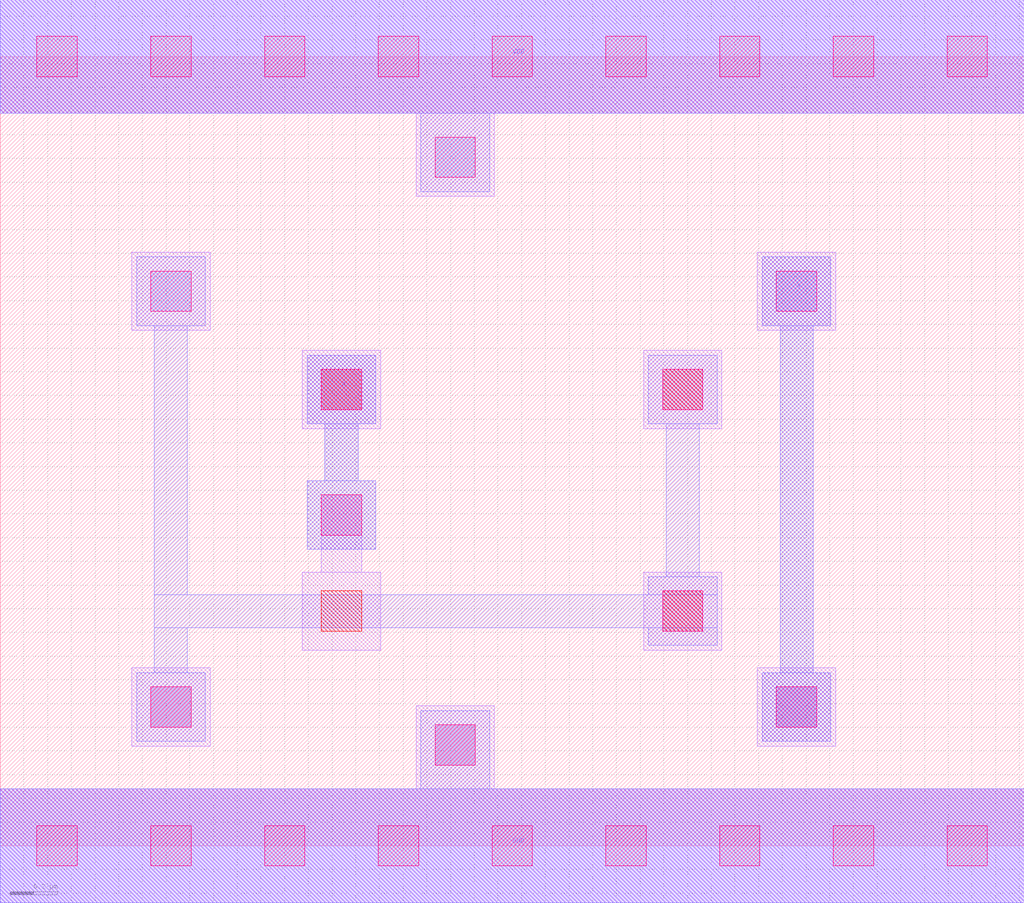
<source format=lef>
MACRO BUFX2
 CLASS CORE ;
 FOREIGN BUFX2 0 0 ;
 SIZE 4.32 BY 3.33 ;
 ORIGIN 0 0 ;
 SYMMETRY X Y R90 ;
 SITE unit ;
  PIN VDD
   DIRECTION INOUT ;
   USE POWER ;
   SHAPE ABUTMENT ;
    PORT
     CLASS CORE ;
       LAYER li1 ;
        RECT 0.00000000 3.09000000 4.32000000 3.57000000 ;
       LAYER met1 ;
        RECT 0.00000000 3.09000000 4.32000000 3.57000000 ;
    END
  END VDD

  PIN GND
   DIRECTION INOUT ;
   USE POWER ;
   SHAPE ABUTMENT ;
    PORT
     CLASS CORE ;
       LAYER li1 ;
        RECT 0.00000000 -0.24000000 4.32000000 0.24000000 ;
       LAYER met1 ;
        RECT 0.00000000 -0.24000000 4.32000000 0.24000000 ;
    END
  END GND

  PIN Y
   DIRECTION INOUT ;
   USE SIGNAL ;
   SHAPE ABUTMENT ;
    PORT
     CLASS CORE ;
       LAYER met1 ;
        RECT 3.21500000 0.44000000 3.50500000 0.73000000 ;
        RECT 3.29000000 0.73000000 3.43000000 2.19500000 ;
        RECT 3.21500000 2.19500000 3.50500000 2.48500000 ;
    END
  END Y

  PIN A
   DIRECTION INOUT ;
   USE SIGNAL ;
   SHAPE ABUTMENT ;
    PORT
     CLASS CORE ;
       LAYER met1 ;
        RECT 1.29500000 1.25000000 1.58500000 1.54000000 ;
        RECT 1.37000000 1.54000000 1.51000000 1.78000000 ;
        RECT 1.29500000 1.78000000 1.58500000 2.07000000 ;
    END
  END A

 OBS
    LAYER polycont ;
     RECT 1.35500000 0.90500000 1.52500000 1.07500000 ;
     RECT 2.79500000 0.90500000 2.96500000 1.07500000 ;
     RECT 1.35500000 1.84000000 1.52500000 2.01000000 ;
     RECT 2.79500000 1.84000000 2.96500000 2.01000000 ;

    LAYER pdiffc ;
     RECT 0.63500000 2.25500000 0.80500000 2.42500000 ;
     RECT 3.27500000 2.25500000 3.44500000 2.42500000 ;
     RECT 1.83500000 2.82000000 2.00500000 2.99000000 ;

    LAYER ndiffc ;
     RECT 1.83500000 0.34000000 2.00500000 0.51000000 ;
     RECT 0.63500000 0.50000000 0.80500000 0.67000000 ;
     RECT 3.27500000 0.50000000 3.44500000 0.67000000 ;

    LAYER li1 ;
     RECT 0.00000000 -0.24000000 4.32000000 0.24000000 ;
     RECT 1.75500000 0.24000000 2.08500000 0.59000000 ;
     RECT 0.55500000 0.42000000 0.88500000 0.75000000 ;
     RECT 3.19500000 0.42000000 3.52500000 0.75000000 ;
     RECT 2.71500000 0.82500000 3.04500000 1.15500000 ;
     RECT 1.27500000 0.82500000 1.60500000 1.15500000 ;
     RECT 1.35500000 1.15500000 1.52500000 1.48000000 ;
     RECT 1.27500000 1.76000000 1.60500000 2.09000000 ;
     RECT 2.71500000 1.76000000 3.04500000 2.09000000 ;
     RECT 0.55500000 2.17500000 0.88500000 2.50500000 ;
     RECT 3.19500000 2.17500000 3.52500000 2.50500000 ;
     RECT 1.75500000 2.74000000 2.08500000 3.09000000 ;
     RECT 0.00000000 3.09000000 4.32000000 3.57000000 ;

    LAYER viali ;
     RECT 0.15500000 -0.08500000 0.32500000 0.08500000 ;
     RECT 0.63500000 -0.08500000 0.80500000 0.08500000 ;
     RECT 1.11500000 -0.08500000 1.28500000 0.08500000 ;
     RECT 1.59500000 -0.08500000 1.76500000 0.08500000 ;
     RECT 2.07500000 -0.08500000 2.24500000 0.08500000 ;
     RECT 2.55500000 -0.08500000 2.72500000 0.08500000 ;
     RECT 3.03500000 -0.08500000 3.20500000 0.08500000 ;
     RECT 3.51500000 -0.08500000 3.68500000 0.08500000 ;
     RECT 3.99500000 -0.08500000 4.16500000 0.08500000 ;
     RECT 1.83500000 0.34000000 2.00500000 0.51000000 ;
     RECT 0.63500000 0.50000000 0.80500000 0.67000000 ;
     RECT 3.27500000 0.50000000 3.44500000 0.67000000 ;
     RECT 2.79500000 0.90500000 2.96500000 1.07500000 ;
     RECT 1.35500000 1.31000000 1.52500000 1.48000000 ;
     RECT 1.35500000 1.84000000 1.52500000 2.01000000 ;
     RECT 2.79500000 1.84000000 2.96500000 2.01000000 ;
     RECT 0.63500000 2.25500000 0.80500000 2.42500000 ;
     RECT 3.27500000 2.25500000 3.44500000 2.42500000 ;
     RECT 1.83500000 2.82000000 2.00500000 2.99000000 ;
     RECT 0.15500000 3.24500000 0.32500000 3.41500000 ;
     RECT 0.63500000 3.24500000 0.80500000 3.41500000 ;
     RECT 1.11500000 3.24500000 1.28500000 3.41500000 ;
     RECT 1.59500000 3.24500000 1.76500000 3.41500000 ;
     RECT 2.07500000 3.24500000 2.24500000 3.41500000 ;
     RECT 2.55500000 3.24500000 2.72500000 3.41500000 ;
     RECT 3.03500000 3.24500000 3.20500000 3.41500000 ;
     RECT 3.51500000 3.24500000 3.68500000 3.41500000 ;
     RECT 3.99500000 3.24500000 4.16500000 3.41500000 ;

    LAYER met1 ;
     RECT 0.00000000 -0.24000000 4.32000000 0.24000000 ;
     RECT 1.77500000 0.24000000 2.06500000 0.57000000 ;
     RECT 1.29500000 1.25000000 1.58500000 1.54000000 ;
     RECT 1.37000000 1.54000000 1.51000000 1.78000000 ;
     RECT 1.29500000 1.78000000 1.58500000 2.07000000 ;
     RECT 0.57500000 0.44000000 0.86500000 0.73000000 ;
     RECT 0.65000000 0.73000000 0.79000000 0.92000000 ;
     RECT 2.73500000 0.84500000 3.02500000 0.92000000 ;
     RECT 0.65000000 0.92000000 3.02500000 1.06000000 ;
     RECT 2.73500000 1.06000000 3.02500000 1.13500000 ;
     RECT 2.81000000 1.13500000 2.95000000 1.78000000 ;
     RECT 2.73500000 1.78000000 3.02500000 2.07000000 ;
     RECT 0.65000000 1.06000000 0.79000000 2.19500000 ;
     RECT 0.57500000 2.19500000 0.86500000 2.48500000 ;
     RECT 3.21500000 0.44000000 3.50500000 0.73000000 ;
     RECT 3.29000000 0.73000000 3.43000000 2.19500000 ;
     RECT 3.21500000 2.19500000 3.50500000 2.48500000 ;
     RECT 1.77500000 2.76000000 2.06500000 3.09000000 ;
     RECT 0.00000000 3.09000000 4.32000000 3.57000000 ;

 END
END BUFX2

</source>
